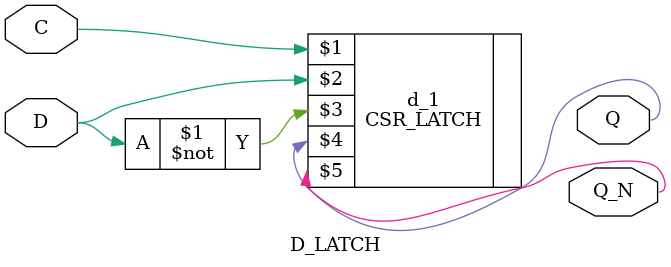
<source format=v>
`timescale 1ns / 1ps


module D_LATCH(
input wire D,C,
output wire Q,Q_N
    );
    CSR_LATCH d_1(C,D,~D,Q,Q_N);
endmodule


</source>
